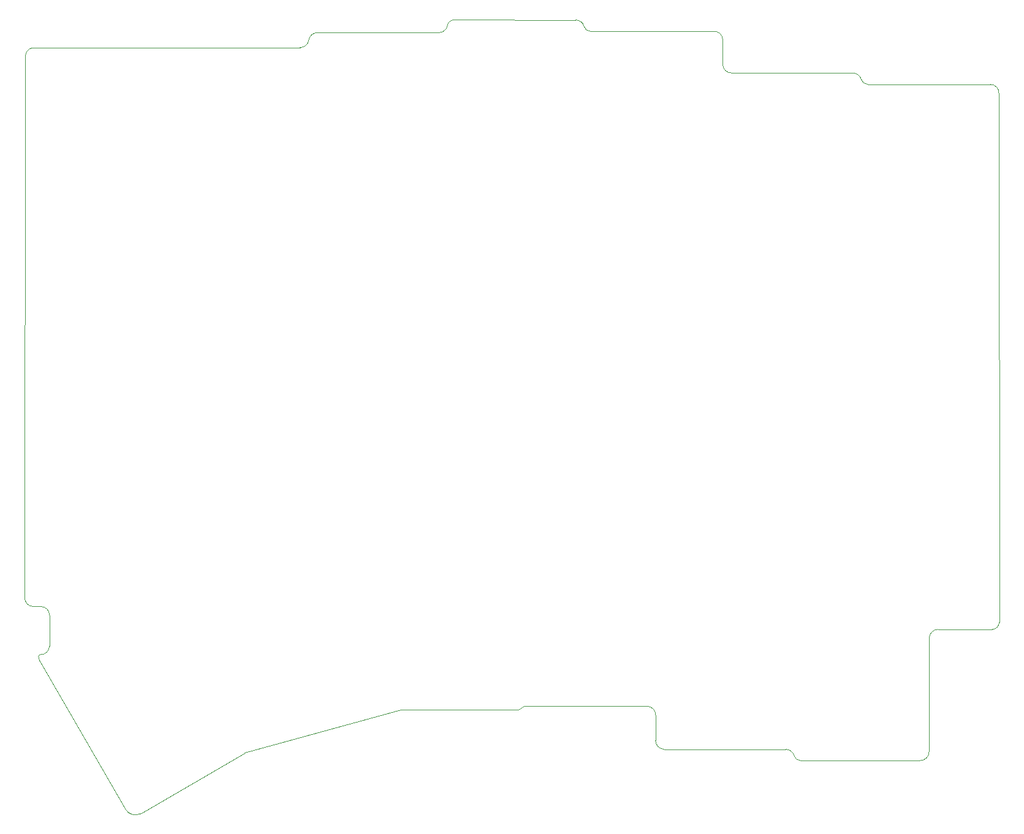
<source format=gbr>
%TF.GenerationSoftware,KiCad,Pcbnew,(5.99.0-9486-g75c525af4f)*%
%TF.CreationDate,2021-07-25T02:57:46+01:00*%
%TF.ProjectId,LimeKeyboard,4c696d65-4b65-4796-926f-6172642e6b69,rev?*%
%TF.SameCoordinates,Original*%
%TF.FileFunction,Profile,NP*%
%FSLAX46Y46*%
G04 Gerber Fmt 4.6, Leading zero omitted, Abs format (unit mm)*
G04 Created by KiCad (PCBNEW (5.99.0-9486-g75c525af4f)) date 2021-07-25 02:57:46*
%MOMM*%
%LPD*%
G01*
G04 APERTURE LIST*
%TA.AperFunction,Profile*%
%ADD10C,0.100000*%
%TD*%
G04 APERTURE END LIST*
D10*
X137283400Y-44545521D02*
G75*
G03*
X138477200Y-43575001I0J1219484D01*
G01*
X175357991Y-44343202D02*
G75*
G02*
X176505800Y-45581424I-39362J-1187598D01*
G01*
X149009100Y-137693400D02*
X166077891Y-137674202D01*
X119325001Y-45575000D02*
G75*
G02*
X118110000Y-46596300I-1189933J182247D01*
G01*
X94030800Y-151993600D02*
X82097130Y-131301371D01*
X82097130Y-131301371D02*
G75*
G02*
X81966821Y-130830916I784091J470455D01*
G01*
X139421958Y-42779322D02*
G75*
G03*
X138477200Y-43575001I-30358J-922678D01*
G01*
X194484200Y-50130037D02*
G75*
G02*
X195652600Y-51014000I0J-1214163D01*
G01*
X176505800Y-45581424D02*
X176505800Y-48905800D01*
X110440504Y-144172356D02*
G75*
G02*
X110794800Y-144018000I2106378J-4351016D01*
G01*
X158238400Y-44362400D02*
G75*
G02*
X157349401Y-43673079I0J917920D01*
G01*
X196541599Y-51703321D02*
X213520758Y-51701664D01*
X166077891Y-137674202D02*
G75*
G02*
X167225700Y-138912424I-39362J-1187598D01*
G01*
X214718158Y-126042964D02*
G75*
G02*
X213702158Y-127058964I-1016000J0D01*
G01*
X187261499Y-145213821D02*
G75*
G02*
X186372500Y-144524500I0J917920D01*
G01*
X158238400Y-44362400D02*
X175357991Y-44343202D01*
X168444900Y-143635500D02*
X185204100Y-143640537D01*
X187261499Y-145213821D02*
X203710000Y-145210000D01*
X177725000Y-50125000D02*
X194484200Y-50130037D01*
X139421958Y-42779322D02*
X156181001Y-42789116D01*
X167225700Y-139777900D02*
X167225700Y-142416300D01*
X168444900Y-143635500D02*
G75*
G02*
X167225700Y-142416300I0J1219200D01*
G01*
X148297900Y-138176000D02*
X149009100Y-137693400D01*
X148297900Y-138176000D02*
X132029200Y-138176000D01*
X177725000Y-50125000D02*
G75*
G02*
X176505800Y-48905800I0J1219200D01*
G01*
X110440504Y-144172356D02*
X96012000Y-152552400D01*
X156181001Y-42789116D02*
G75*
G02*
X157349401Y-43673079I0J-1214163D01*
G01*
X196541599Y-51703321D02*
G75*
G02*
X195652600Y-51014000I0J917920D01*
G01*
X119325001Y-45575000D02*
G75*
G02*
X120519400Y-44540200I1194399J-171907D01*
G01*
X205039158Y-128303564D02*
G75*
G02*
X206276421Y-127058986I1240821J3756D01*
G01*
X205031814Y-143940001D02*
G75*
G02*
X203710000Y-145210000I-1271015J0D01*
G01*
X185204100Y-143640537D02*
G75*
G02*
X186372500Y-144524500I0J-1214163D01*
G01*
X214668567Y-52939886D02*
X214718158Y-126042964D01*
X81178400Y-46634400D02*
X118110000Y-46596300D01*
X205031814Y-143940001D02*
X205039158Y-128303564D01*
X120519400Y-44540200D02*
X137283400Y-44545521D01*
X132029200Y-138176000D02*
X110794800Y-144018000D01*
X213520758Y-51701664D02*
G75*
G02*
X214668567Y-52939886I-39362J-1187598D01*
G01*
X206276421Y-127058986D02*
X213702158Y-127058964D01*
X80075000Y-122650000D02*
X80162400Y-47752000D01*
X167225700Y-138912424D02*
X167225700Y-139777900D01*
X81222809Y-123888222D02*
G75*
G02*
X80075000Y-122650000I39362J1187598D01*
G01*
X82342930Y-123895204D02*
G75*
G02*
X83490739Y-125133426I-39362J-1187598D01*
G01*
X83479796Y-129392930D02*
G75*
G02*
X82241574Y-130540739I-1187598J39362D01*
G01*
X80162400Y-47752000D02*
G75*
G02*
X81178400Y-46634400I1229677J-97270D01*
G01*
X96011999Y-152552401D02*
G75*
G02*
X94030800Y-151993600I-668619J1420965D01*
G01*
X82241573Y-130540741D02*
G75*
G03*
X81966821Y-130830915I26327J-300089D01*
G01*
X81222809Y-123888222D02*
X82342930Y-123895204D01*
X83490739Y-125133426D02*
X83479796Y-129392930D01*
M02*

</source>
